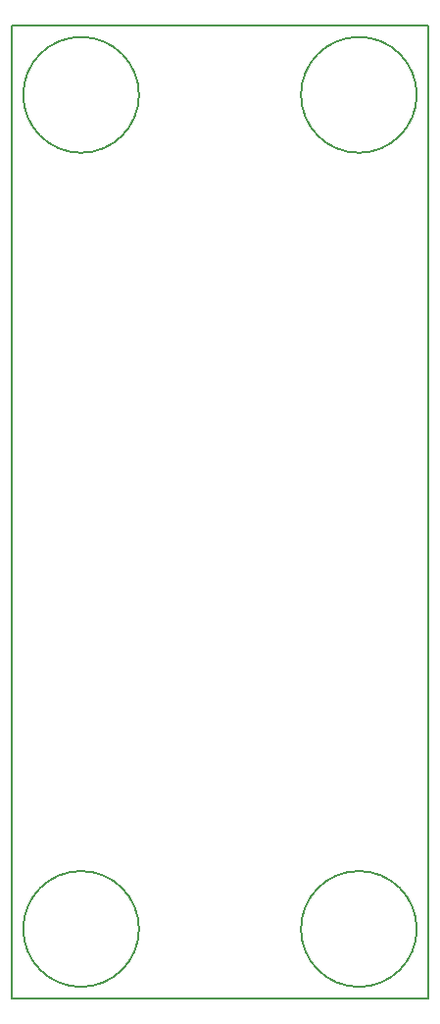
<source format=gbr>
G04 #@! TF.GenerationSoftware,KiCad,Pcbnew,5.1.5+dfsg1-2build2*
G04 #@! TF.CreationDate,2021-03-07T11:34:37+01:00*
G04 #@! TF.ProjectId,miteThru,6d697465-5468-4727-952e-6b696361645f,rev?*
G04 #@! TF.SameCoordinates,Original*
G04 #@! TF.FileFunction,Legend,Bot*
G04 #@! TF.FilePolarity,Positive*
%FSLAX46Y46*%
G04 Gerber Fmt 4.6, Leading zero omitted, Abs format (unit mm)*
G04 Created by KiCad (PCBNEW 5.1.5+dfsg1-2build2) date 2021-03-07 11:34:37*
%MOMM*%
%LPD*%
G04 APERTURE LIST*
%ADD10C,0.200000*%
G04 APERTURE END LIST*
D10*
X195000000Y-132000000D02*
X195000000Y-48000000D01*
X231000000Y-132000000D02*
X195000000Y-132000000D01*
X231000000Y-48000000D02*
X231000000Y-132000000D01*
X195000000Y-48000000D02*
X231000000Y-48000000D01*
X230000000Y-126000000D02*
G75*
G03X230000000Y-126000000I-5000000J0D01*
G01*
X206000000Y-126000000D02*
G75*
G03X206000000Y-126000000I-5000000J0D01*
G01*
X230000000Y-54000000D02*
G75*
G03X230000000Y-54000000I-5000000J0D01*
G01*
X206000000Y-54000000D02*
G75*
G03X206000000Y-54000000I-5000000J0D01*
G01*
M02*

</source>
